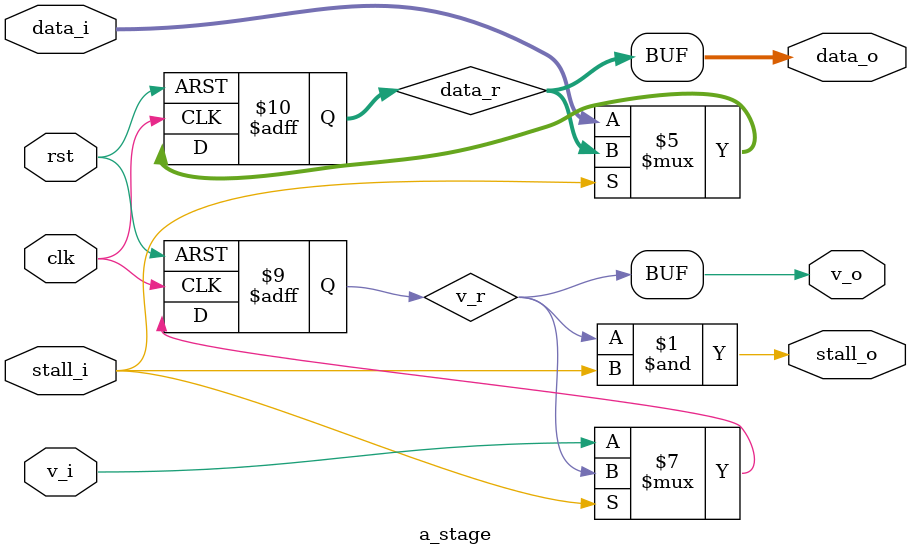
<source format=v>
module a_stage(clk, rst,
                v_i,
                v_o,
                data_i,
                data_o,
                stall_i,
                stall_o
                );

    input           clk, rst;   //clock, reset
    input           v_i;        // valid in, if (v_i == 1) valid
    output          v_o;        // valid out, if (v_o == 1) valid
    input [31:0]    data_i;     // data in
    output [31:0]   data_o;     // data out
    input           stall_i;    // stall in, if (stall_i == 1) stall
    output          stall_o;    // stall out, if (stall_o == 1) stall

    // pipeline registers
    reg         v_r;        // valid register for output
    reg [31:0]  data_r;     // data register for output

    // connecting registers to output
    assign v_o = v_r;
    assign data_o = data_r;

    // stall to previous stage
    assign stall_o = (v_r & stall_i);

    always @(posedge clk or negedge rst)
        begin
            if (~rst) // reset
                begin
                    v_r <= 0;       // reset valid reg
                    data_r <= 0;    // reset data reg
                end
            else
                begin
                    if (~stall_i) // valid and not stall
                    begin // transfer to next stage
                        v_r <= v_i;
                        data_r <= data_i;
                    end
                end // else !if(~rst)
        end // always @(posedge clk or negedge rst)
endmodule //a_stage

</source>
